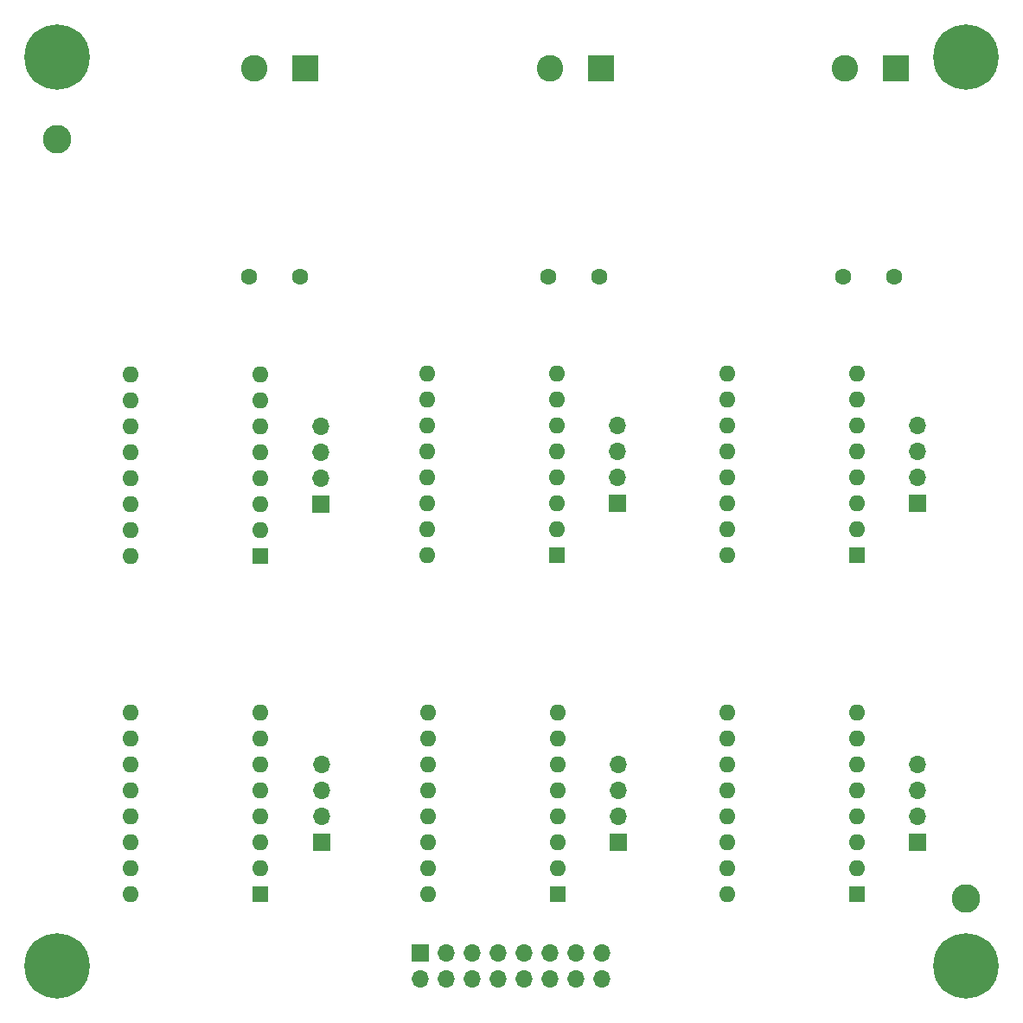
<source format=gbr>
%TF.GenerationSoftware,KiCad,Pcbnew,(6.0.2)*%
%TF.CreationDate,2022-02-23T19:09:50-05:00*%
%TF.ProjectId,SDP_motors,5344505f-6d6f-4746-9f72-732e6b696361,rev?*%
%TF.SameCoordinates,Original*%
%TF.FileFunction,Soldermask,Bot*%
%TF.FilePolarity,Negative*%
%FSLAX46Y46*%
G04 Gerber Fmt 4.6, Leading zero omitted, Abs format (unit mm)*
G04 Created by KiCad (PCBNEW (6.0.2)) date 2022-02-23 19:09:50*
%MOMM*%
%LPD*%
G01*
G04 APERTURE LIST*
%ADD10R,1.700000X1.700000*%
%ADD11O,1.700000X1.700000*%
%ADD12R,2.600000X2.600000*%
%ADD13C,2.600000*%
%ADD14C,2.800000*%
%ADD15R,1.600000X1.600000*%
%ADD16O,1.600000X1.600000*%
%ADD17C,6.400000*%
%ADD18C,1.600000*%
G04 APERTURE END LIST*
D10*
%TO.C,J5*%
X145282600Y-95046800D03*
D11*
X145282600Y-92506800D03*
X145282600Y-89966800D03*
X145282600Y-87426800D03*
%TD*%
D10*
%TO.C,J2*%
X174635000Y-95036800D03*
D11*
X174635000Y-92496800D03*
X174635000Y-89956800D03*
X174635000Y-87416800D03*
%TD*%
D12*
%TO.C,J9*%
X143724000Y-52443000D03*
D13*
X138724000Y-52443000D03*
%TD*%
D14*
%TO.C,TP1*%
X90424000Y-59385200D03*
%TD*%
D15*
%TO.C,A1*%
X110353000Y-100187600D03*
D16*
X110353000Y-97647600D03*
X110353000Y-95107600D03*
X110353000Y-92567600D03*
X110353000Y-90027600D03*
X110353000Y-87487600D03*
X110353000Y-84947600D03*
X110353000Y-82407600D03*
X97653000Y-82407600D03*
X97653000Y-84947600D03*
X97653000Y-87487600D03*
X97653000Y-90027600D03*
X97653000Y-92567600D03*
X97653000Y-95107600D03*
X97653000Y-97647600D03*
X97653000Y-100187600D03*
%TD*%
D10*
%TO.C,J6*%
X145364200Y-128209200D03*
D11*
X145364200Y-125669200D03*
X145364200Y-123129200D03*
X145364200Y-120589200D03*
%TD*%
D17*
%TO.C,H3*%
X90424000Y-140308000D03*
%TD*%
D15*
%TO.C,A3*%
X110343000Y-133309200D03*
D16*
X110343000Y-130769200D03*
X110343000Y-128229200D03*
X110343000Y-125689200D03*
X110343000Y-123149200D03*
X110343000Y-120609200D03*
X110343000Y-118069200D03*
X110343000Y-115529200D03*
X97643000Y-115529200D03*
X97643000Y-118069200D03*
X97643000Y-120609200D03*
X97643000Y-123149200D03*
X97643000Y-125689200D03*
X97643000Y-128229200D03*
X97643000Y-130769200D03*
X97643000Y-133309200D03*
%TD*%
D10*
%TO.C,J4*%
X174682150Y-128158400D03*
D11*
X174682150Y-125618400D03*
X174682150Y-123078400D03*
X174682150Y-120538400D03*
%TD*%
D18*
%TO.C,C8*%
X114183800Y-72831800D03*
X109183800Y-72831800D03*
%TD*%
D12*
%TO.C,J8*%
X114691800Y-52443000D03*
D13*
X109691800Y-52443000D03*
%TD*%
D12*
%TO.C,J7*%
X172576250Y-52425600D03*
D13*
X167576250Y-52425600D03*
%TD*%
D14*
%TO.C,TP2*%
X179425600Y-133705600D03*
%TD*%
D15*
%TO.C,A6*%
X139410600Y-133299200D03*
D16*
X139410600Y-130759200D03*
X139410600Y-128219200D03*
X139410600Y-125679200D03*
X139410600Y-123139200D03*
X139410600Y-120599200D03*
X139410600Y-118059200D03*
X139410600Y-115519200D03*
X126710600Y-115519200D03*
X126710600Y-118059200D03*
X126710600Y-120599200D03*
X126710600Y-123139200D03*
X126710600Y-125679200D03*
X126710600Y-128219200D03*
X126710600Y-130759200D03*
X126710600Y-133299200D03*
%TD*%
D15*
%TO.C,A2*%
X168732200Y-100126800D03*
D16*
X168732200Y-97586800D03*
X168732200Y-95046800D03*
X168732200Y-92506800D03*
X168732200Y-89966800D03*
X168732200Y-87426800D03*
X168732200Y-84886800D03*
X168732200Y-82346800D03*
X156032200Y-82346800D03*
X156032200Y-84886800D03*
X156032200Y-87426800D03*
X156032200Y-89966800D03*
X156032200Y-92506800D03*
X156032200Y-95046800D03*
X156032200Y-97586800D03*
X156032200Y-100126800D03*
%TD*%
D10*
%TO.C,J1*%
X116255800Y-95097600D03*
D11*
X116255800Y-92557600D03*
X116255800Y-90017600D03*
X116255800Y-87477600D03*
%TD*%
D10*
%TO.C,J3*%
X116296600Y-128219200D03*
D11*
X116296600Y-125679200D03*
X116296600Y-123139200D03*
X116296600Y-120599200D03*
%TD*%
D17*
%TO.C,H2*%
X90424000Y-51308000D03*
%TD*%
D10*
%TO.C,J10*%
X126024400Y-139070400D03*
D11*
X126024400Y-141610400D03*
X128564400Y-139070400D03*
X128564400Y-141610400D03*
X131104400Y-139070400D03*
X131104400Y-141610400D03*
X133644400Y-139070400D03*
X133644400Y-141610400D03*
X136184400Y-139070400D03*
X136184400Y-141610400D03*
X138724400Y-139070400D03*
X138724400Y-141610400D03*
X141264400Y-139070400D03*
X141264400Y-141610400D03*
X143804400Y-139070400D03*
X143804400Y-141610400D03*
%TD*%
D17*
%TO.C,H1*%
X179424000Y-51308000D03*
%TD*%
%TO.C,H4*%
X179424000Y-140308000D03*
%TD*%
D18*
%TO.C,C7*%
X172366150Y-72796400D03*
X167366150Y-72796400D03*
%TD*%
D15*
%TO.C,A5*%
X139379800Y-100126800D03*
D16*
X139379800Y-97586800D03*
X139379800Y-95046800D03*
X139379800Y-92506800D03*
X139379800Y-89966800D03*
X139379800Y-87426800D03*
X139379800Y-84886800D03*
X139379800Y-82346800D03*
X126679800Y-82346800D03*
X126679800Y-84886800D03*
X126679800Y-87426800D03*
X126679800Y-89966800D03*
X126679800Y-92506800D03*
X126679800Y-95046800D03*
X126679800Y-97586800D03*
X126679800Y-100126800D03*
%TD*%
D15*
%TO.C,A4*%
X168722200Y-133248400D03*
D16*
X168722200Y-130708400D03*
X168722200Y-128168400D03*
X168722200Y-125628400D03*
X168722200Y-123088400D03*
X168722200Y-120548400D03*
X168722200Y-118008400D03*
X168722200Y-115468400D03*
X156022200Y-115468400D03*
X156022200Y-118008400D03*
X156022200Y-120548400D03*
X156022200Y-123088400D03*
X156022200Y-125628400D03*
X156022200Y-128168400D03*
X156022200Y-130708400D03*
X156022200Y-133248400D03*
%TD*%
D18*
%TO.C,C9*%
X143505400Y-72796400D03*
X138505400Y-72796400D03*
%TD*%
M02*

</source>
